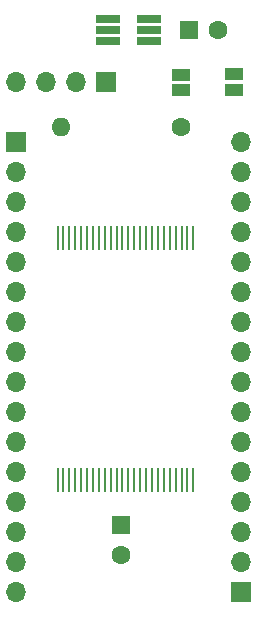
<source format=gbr>
%TF.GenerationSoftware,KiCad,Pcbnew,(5.1.7)-1*%
%TF.CreationDate,2022-07-11T22:21:29-03:00*%
%TF.ProjectId,ROMboard,524f4d62-6f61-4726-942e-6b696361645f,rev?*%
%TF.SameCoordinates,Original*%
%TF.FileFunction,Soldermask,Top*%
%TF.FilePolarity,Negative*%
%FSLAX46Y46*%
G04 Gerber Fmt 4.6, Leading zero omitted, Abs format (unit mm)*
G04 Created by KiCad (PCBNEW (5.1.7)-1) date 2022-07-11 22:21:29*
%MOMM*%
%LPD*%
G01*
G04 APERTURE LIST*
%ADD10C,1.600000*%
%ADD11R,1.600000X1.600000*%
%ADD12R,2.000000X0.650000*%
%ADD13R,1.500000X1.000000*%
%ADD14R,0.250000X2.100000*%
%ADD15O,1.600000X1.600000*%
%ADD16O,1.700000X1.700000*%
%ADD17R,1.700000X1.700000*%
G04 APERTURE END LIST*
D10*
%TO.C,C2*%
X47585000Y-46355000D03*
D11*
X45085000Y-46355000D03*
%TD*%
D12*
%TO.C,U2*%
X41715000Y-45405000D03*
X41715000Y-46355000D03*
X41715000Y-47305000D03*
X38295000Y-47305000D03*
X38295000Y-46355000D03*
X38295000Y-45405000D03*
%TD*%
D13*
%TO.C,JP1*%
X44450000Y-50150000D03*
X44450000Y-51450000D03*
%TD*%
%TO.C,JP0*%
X48895000Y-50135000D03*
X48895000Y-51435000D03*
%TD*%
D10*
%TO.C,C1*%
X39370000Y-90805000D03*
D11*
X39370000Y-88305000D03*
%TD*%
D14*
%TO.C,U1*%
X45480000Y-84470000D03*
X44980000Y-84470000D03*
X44480000Y-84470000D03*
X43980000Y-84470000D03*
X43480000Y-84470000D03*
X42980000Y-84470000D03*
X42480000Y-84470000D03*
X41980000Y-84470000D03*
X41480000Y-84470000D03*
X40980000Y-84470000D03*
X40480000Y-84470000D03*
X39980000Y-84470000D03*
X39480000Y-84470000D03*
X38980000Y-84470000D03*
X38480000Y-84470000D03*
X37980000Y-84470000D03*
X37480000Y-84470000D03*
X36980000Y-84470000D03*
X36480000Y-84470000D03*
X35980000Y-84470000D03*
X35480000Y-84470000D03*
X34980000Y-84470000D03*
X34480000Y-84470000D03*
X33980000Y-63970000D03*
X34480000Y-63970000D03*
X34980000Y-63970000D03*
X35480000Y-63970000D03*
X35980000Y-63970000D03*
X36480000Y-63970000D03*
X36980000Y-63970000D03*
X37480000Y-63970000D03*
X37980000Y-63970000D03*
X38480000Y-63970000D03*
X38980000Y-63970000D03*
X39480000Y-63970000D03*
X39980000Y-63970000D03*
X40480000Y-63970000D03*
X40980000Y-63970000D03*
X41480000Y-63970000D03*
X41980000Y-63970000D03*
X42480000Y-63970000D03*
X42980000Y-63970000D03*
X43480000Y-63970000D03*
X43980000Y-63970000D03*
X44480000Y-63970000D03*
X44980000Y-63970000D03*
X33980000Y-84470000D03*
X45480000Y-63970000D03*
%TD*%
D15*
%TO.C,R1*%
X34290000Y-54610000D03*
D10*
X44450000Y-54610000D03*
%TD*%
D16*
%TO.C,J2*%
X30480000Y-50800000D03*
X33020000Y-50800000D03*
X35560000Y-50800000D03*
D17*
X38100000Y-50800000D03*
%TD*%
D16*
%TO.C,J1*%
X49530000Y-55880000D03*
X49530000Y-58420000D03*
X49530000Y-60960000D03*
X49530000Y-63500000D03*
X49530000Y-66040000D03*
X49530000Y-68580000D03*
X49530000Y-71120000D03*
X49530000Y-73660000D03*
X49530000Y-76200000D03*
X49530000Y-78740000D03*
X49530000Y-81280000D03*
X49530000Y-83820000D03*
X49530000Y-86360000D03*
X49530000Y-88900000D03*
X49530000Y-91440000D03*
D17*
X49530000Y-93980000D03*
%TD*%
D16*
%TO.C,J0*%
X30480000Y-93980000D03*
X30480000Y-91440000D03*
X30480000Y-88900000D03*
X30480000Y-86360000D03*
X30480000Y-83820000D03*
X30480000Y-81280000D03*
X30480000Y-78740000D03*
X30480000Y-76200000D03*
X30480000Y-73660000D03*
X30480000Y-71120000D03*
X30480000Y-68580000D03*
X30480000Y-66040000D03*
X30480000Y-63500000D03*
X30480000Y-60960000D03*
X30480000Y-58420000D03*
D17*
X30480000Y-55880000D03*
%TD*%
M02*

</source>
